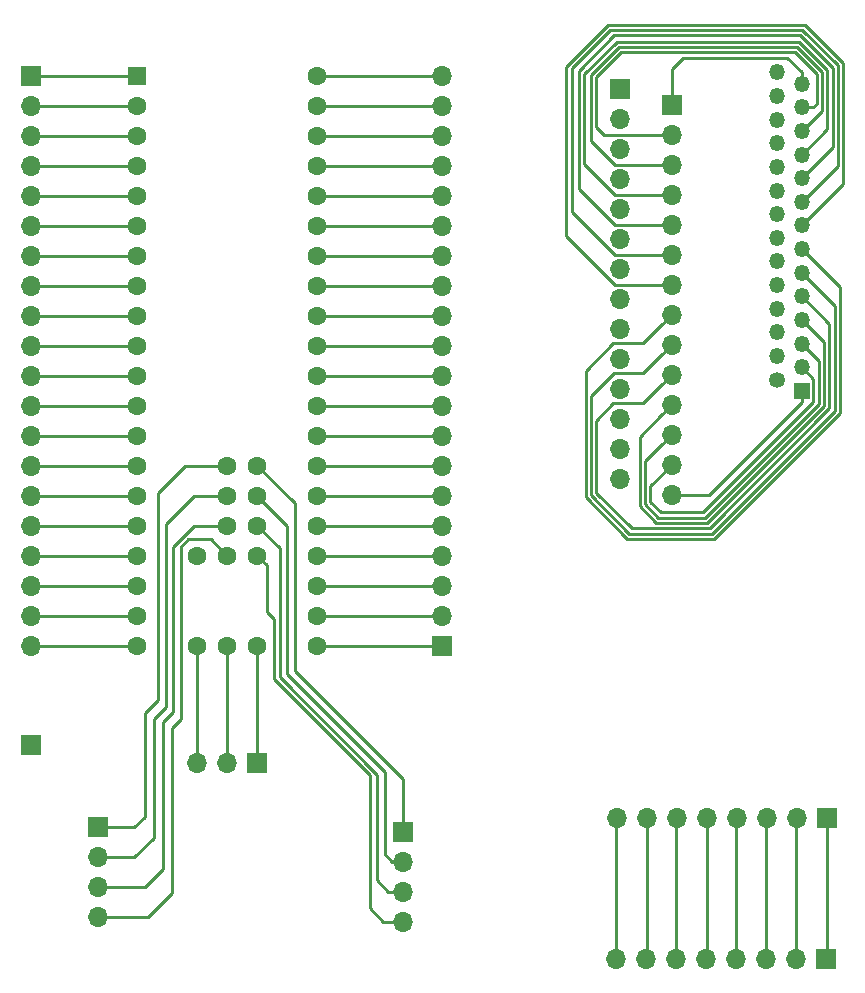
<source format=gbr>
G04 #@! TF.GenerationSoftware,KiCad,Pcbnew,(5.0.0-3-g5ebb6b6)*
G04 #@! TF.CreationDate,2019-09-06T00:58:35-07:00*
G04 #@! TF.ProjectId,keyboard,6B6579626F6172642E6B696361645F70,rev?*
G04 #@! TF.SameCoordinates,Original*
G04 #@! TF.FileFunction,Copper,L2,Bot,Signal*
G04 #@! TF.FilePolarity,Positive*
%FSLAX46Y46*%
G04 Gerber Fmt 4.6, Leading zero omitted, Abs format (unit mm)*
G04 Created by KiCad (PCBNEW (5.0.0-3-g5ebb6b6)) date Friday, September 06, 2019 at 12:58:35 AM*
%MOMM*%
%LPD*%
G01*
G04 APERTURE LIST*
G04 #@! TA.AperFunction,ComponentPad*
%ADD10R,1.700000X1.700000*%
G04 #@! TD*
G04 #@! TA.AperFunction,ComponentPad*
%ADD11O,1.700000X1.700000*%
G04 #@! TD*
G04 #@! TA.AperFunction,ComponentPad*
%ADD12O,1.350000X1.350000*%
G04 #@! TD*
G04 #@! TA.AperFunction,ComponentPad*
%ADD13R,1.350000X1.350000*%
G04 #@! TD*
G04 #@! TA.AperFunction,ComponentPad*
%ADD14C,1.350000*%
G04 #@! TD*
G04 #@! TA.AperFunction,ComponentPad*
%ADD15C,1.600000*%
G04 #@! TD*
G04 #@! TA.AperFunction,ComponentPad*
%ADD16R,1.600000X1.600000*%
G04 #@! TD*
G04 #@! TA.AperFunction,Conductor*
%ADD17C,0.250000*%
G04 #@! TD*
G04 APERTURE END LIST*
D10*
G04 #@! TO.P,J2,1*
G04 #@! TO.N,Net-(J2-Pad1)*
X252349000Y-122809000D03*
D11*
G04 #@! TO.P,J2,2*
G04 #@! TO.N,Net-(J2-Pad2)*
X249809000Y-122809000D03*
G04 #@! TO.P,J2,3*
G04 #@! TO.N,Net-(J2-Pad3)*
X247269000Y-122809000D03*
G04 #@! TO.P,J2,4*
G04 #@! TO.N,Net-(J2-Pad4)*
X244729000Y-122809000D03*
G04 #@! TO.P,J2,5*
G04 #@! TO.N,Net-(J2-Pad5)*
X242189000Y-122809000D03*
G04 #@! TO.P,J2,6*
G04 #@! TO.N,Net-(J2-Pad6)*
X239649000Y-122809000D03*
G04 #@! TO.P,J2,7*
G04 #@! TO.N,Net-(J2-Pad7)*
X237109000Y-122809000D03*
G04 #@! TO.P,J2,8*
G04 #@! TO.N,Net-(J2-Pad8)*
X234569000Y-122809000D03*
G04 #@! TD*
D12*
G04 #@! TO.P,J1,27*
G04 #@! TO.N,Net-(J1-Pad27)*
X250190000Y-60614000D03*
G04 #@! TO.P,J1,25*
G04 #@! TO.N,Net-(J1-Pad25)*
X250190000Y-62614000D03*
G04 #@! TO.P,J1,23*
G04 #@! TO.N,Net-(J1-Pad23)*
X250190000Y-64614000D03*
G04 #@! TO.P,J1,21*
G04 #@! TO.N,Net-(J1-Pad21)*
X250190000Y-66614000D03*
G04 #@! TO.P,J1,19*
G04 #@! TO.N,Net-(J1-Pad19)*
X250190000Y-68614000D03*
G04 #@! TO.P,J1,17*
G04 #@! TO.N,Net-(J1-Pad17)*
X250190000Y-70614000D03*
G04 #@! TO.P,J1,15*
G04 #@! TO.N,Net-(J1-Pad15)*
X250190000Y-72614000D03*
G04 #@! TO.P,J1,13*
G04 #@! TO.N,Net-(J1-Pad13)*
X250190000Y-74614000D03*
G04 #@! TO.P,J1,11*
G04 #@! TO.N,Net-(J1-Pad11)*
X250190000Y-76614000D03*
G04 #@! TO.P,J1,9*
G04 #@! TO.N,Net-(J1-Pad9)*
X250190000Y-78614000D03*
G04 #@! TO.P,J1,7*
G04 #@! TO.N,Net-(J1-Pad7)*
X250190000Y-80614000D03*
G04 #@! TO.P,J1,5*
G04 #@! TO.N,Net-(J1-Pad5)*
X250190000Y-82614000D03*
G04 #@! TO.P,J1,3*
G04 #@! TO.N,Net-(J1-Pad3)*
X250190000Y-84614000D03*
D13*
G04 #@! TO.P,J1,1*
G04 #@! TO.N,Net-(J1-Pad1)*
X250190000Y-86614000D03*
D12*
G04 #@! TO.P,J1,14*
G04 #@! TO.N,Net-(J1-Pad14)*
X248140000Y-73664000D03*
G04 #@! TO.P,J1,28*
G04 #@! TO.N,Net-(J1-Pad28)*
X248140000Y-59664000D03*
G04 #@! TO.P,J1,12*
G04 #@! TO.N,Net-(J1-Pad12)*
X248140000Y-75664000D03*
G04 #@! TO.P,J1,10*
G04 #@! TO.N,Net-(J1-Pad10)*
X248140000Y-77664000D03*
G04 #@! TO.P,J1,22*
G04 #@! TO.N,Net-(J1-Pad22)*
X248140000Y-65664000D03*
G04 #@! TO.P,J1,24*
G04 #@! TO.N,Net-(J1-Pad24)*
X248140000Y-63664000D03*
D14*
G04 #@! TO.P,J1,2*
G04 #@! TO.N,Net-(J1-Pad2)*
X248140000Y-85664000D03*
D12*
G04 #@! TO.P,J1,18*
G04 #@! TO.N,Net-(J1-Pad18)*
X248140000Y-69664000D03*
G04 #@! TO.P,J1,4*
G04 #@! TO.N,Net-(J1-Pad4)*
X248140000Y-83664000D03*
G04 #@! TO.P,J1,26*
G04 #@! TO.N,Net-(J1-Pad26)*
X248140000Y-61664000D03*
G04 #@! TO.P,J1,20*
G04 #@! TO.N,Net-(J1-Pad20)*
X248140000Y-67664000D03*
G04 #@! TO.P,J1,6*
G04 #@! TO.N,Net-(J1-Pad6)*
X248140000Y-81664000D03*
G04 #@! TO.P,J1,16*
G04 #@! TO.N,Net-(J1-Pad16)*
X248140000Y-71664000D03*
G04 #@! TO.P,J1,8*
G04 #@! TO.N,Net-(J1-Pad8)*
X248140000Y-79664000D03*
G04 #@! TD*
D10*
G04 #@! TO.P,J7,28*
G04 #@! TO.N,Net-(J1-Pad28)*
X234823000Y-61087000D03*
D11*
G04 #@! TO.P,J7,26*
G04 #@! TO.N,Net-(J1-Pad26)*
X234823000Y-63627000D03*
G04 #@! TO.P,J7,24*
G04 #@! TO.N,Net-(J1-Pad24)*
X234823000Y-66167000D03*
G04 #@! TO.P,J7,22*
G04 #@! TO.N,Net-(J1-Pad22)*
X234823000Y-68707000D03*
G04 #@! TO.P,J7,20*
G04 #@! TO.N,Net-(J1-Pad20)*
X234823000Y-71247000D03*
G04 #@! TO.P,J7,18*
G04 #@! TO.N,Net-(J1-Pad18)*
X234823000Y-73787000D03*
G04 #@! TO.P,J7,16*
G04 #@! TO.N,Net-(J1-Pad16)*
X234823000Y-76327000D03*
G04 #@! TO.P,J7,14*
G04 #@! TO.N,Net-(J1-Pad14)*
X234823000Y-78867000D03*
G04 #@! TO.P,J7,12*
G04 #@! TO.N,Net-(J1-Pad12)*
X234823000Y-81407000D03*
G04 #@! TO.P,J7,10*
G04 #@! TO.N,Net-(J1-Pad10)*
X234823000Y-83947000D03*
G04 #@! TO.P,J7,8*
G04 #@! TO.N,Net-(J1-Pad8)*
X234823000Y-86487000D03*
G04 #@! TO.P,J7,6*
G04 #@! TO.N,Net-(J1-Pad6)*
X234823000Y-89027000D03*
G04 #@! TO.P,J7,4*
G04 #@! TO.N,Net-(J1-Pad4)*
X234823000Y-91567000D03*
G04 #@! TO.P,J7,2*
G04 #@! TO.N,Net-(J1-Pad2)*
X234823000Y-94107000D03*
G04 #@! TO.P,J7,19*
G04 #@! TO.N,Net-(J1-Pad19)*
X239173000Y-72547000D03*
G04 #@! TO.P,J7,17*
G04 #@! TO.N,Net-(J1-Pad17)*
X239173000Y-75087000D03*
G04 #@! TO.P,J7,9*
G04 #@! TO.N,Net-(J1-Pad9)*
X239173000Y-85247000D03*
G04 #@! TO.P,J7,23*
G04 #@! TO.N,Net-(J1-Pad23)*
X239173000Y-67467000D03*
G04 #@! TO.P,J7,7*
G04 #@! TO.N,Net-(J1-Pad7)*
X239173000Y-87787000D03*
G04 #@! TO.P,J7,25*
G04 #@! TO.N,Net-(J1-Pad25)*
X239173000Y-64927000D03*
G04 #@! TO.P,J7,21*
G04 #@! TO.N,Net-(J1-Pad21)*
X239173000Y-70007000D03*
D10*
G04 #@! TO.P,J7,27*
G04 #@! TO.N,Net-(J1-Pad27)*
X239173000Y-62387000D03*
D11*
G04 #@! TO.P,J7,5*
G04 #@! TO.N,Net-(J1-Pad5)*
X239173000Y-90327000D03*
G04 #@! TO.P,J7,3*
G04 #@! TO.N,Net-(J1-Pad3)*
X239173000Y-92867000D03*
G04 #@! TO.P,J7,15*
G04 #@! TO.N,Net-(J1-Pad15)*
X239173000Y-77627000D03*
G04 #@! TO.P,J7,13*
G04 #@! TO.N,Net-(J1-Pad13)*
X239173000Y-80167000D03*
G04 #@! TO.P,J7,1*
G04 #@! TO.N,Net-(J1-Pad1)*
X239173000Y-95407000D03*
G04 #@! TO.P,J7,11*
G04 #@! TO.N,Net-(J1-Pad11)*
X239173000Y-82707000D03*
G04 #@! TD*
D10*
G04 #@! TO.P,J8,1*
G04 #@! TO.N,Net-(J2-Pad1)*
X252222000Y-134747000D03*
D11*
G04 #@! TO.P,J8,2*
G04 #@! TO.N,Net-(J2-Pad2)*
X249682000Y-134747000D03*
G04 #@! TO.P,J8,3*
G04 #@! TO.N,Net-(J2-Pad3)*
X247142000Y-134747000D03*
G04 #@! TO.P,J8,4*
G04 #@! TO.N,Net-(J2-Pad4)*
X244602000Y-134747000D03*
G04 #@! TO.P,J8,5*
G04 #@! TO.N,Net-(J2-Pad5)*
X242062000Y-134747000D03*
G04 #@! TO.P,J8,6*
G04 #@! TO.N,Net-(J2-Pad6)*
X239522000Y-134747000D03*
G04 #@! TO.P,J8,7*
G04 #@! TO.N,Net-(J2-Pad7)*
X236982000Y-134747000D03*
G04 #@! TO.P,J8,8*
G04 #@! TO.N,Net-(J2-Pad8)*
X234442000Y-134747000D03*
G04 #@! TD*
D10*
G04 #@! TO.P,J3,1*
G04 #@! TO.N,Net-(J3-Pad1)*
X184912000Y-59944000D03*
D11*
G04 #@! TO.P,J3,2*
G04 #@! TO.N,Net-(J3-Pad2)*
X184912000Y-62484000D03*
G04 #@! TO.P,J3,3*
G04 #@! TO.N,Net-(J3-Pad3)*
X184912000Y-65024000D03*
G04 #@! TO.P,J3,4*
G04 #@! TO.N,Net-(J3-Pad4)*
X184912000Y-67564000D03*
G04 #@! TO.P,J3,5*
G04 #@! TO.N,Net-(J3-Pad5)*
X184912000Y-70104000D03*
G04 #@! TO.P,J3,6*
G04 #@! TO.N,Net-(J3-Pad6)*
X184912000Y-72644000D03*
G04 #@! TO.P,J3,7*
G04 #@! TO.N,Net-(J3-Pad7)*
X184912000Y-75184000D03*
G04 #@! TO.P,J3,8*
G04 #@! TO.N,Net-(J3-Pad8)*
X184912000Y-77724000D03*
G04 #@! TO.P,J3,9*
G04 #@! TO.N,Net-(J3-Pad9)*
X184912000Y-80264000D03*
G04 #@! TO.P,J3,10*
G04 #@! TO.N,Net-(J3-Pad10)*
X184912000Y-82804000D03*
G04 #@! TO.P,J3,11*
G04 #@! TO.N,Net-(J3-Pad11)*
X184912000Y-85344000D03*
G04 #@! TO.P,J3,12*
G04 #@! TO.N,Net-(J3-Pad12)*
X184912000Y-87884000D03*
G04 #@! TO.P,J3,13*
G04 #@! TO.N,Net-(J3-Pad13)*
X184912000Y-90424000D03*
G04 #@! TO.P,J3,14*
G04 #@! TO.N,Net-(J3-Pad14)*
X184912000Y-92964000D03*
G04 #@! TO.P,J3,15*
G04 #@! TO.N,Net-(J3-Pad15)*
X184912000Y-95504000D03*
G04 #@! TO.P,J3,16*
G04 #@! TO.N,Net-(J3-Pad16)*
X184912000Y-98044000D03*
G04 #@! TO.P,J3,17*
G04 #@! TO.N,Net-(J3-Pad17)*
X184912000Y-100584000D03*
G04 #@! TO.P,J3,18*
G04 #@! TO.N,Net-(J3-Pad18)*
X184912000Y-103124000D03*
G04 #@! TO.P,J3,19*
G04 #@! TO.N,Net-(J3-Pad19)*
X184912000Y-105664000D03*
G04 #@! TO.P,J3,20*
G04 #@! TO.N,Net-(J3-Pad20)*
X184912000Y-108204000D03*
G04 #@! TD*
G04 #@! TO.P,J4,20*
G04 #@! TO.N,Net-(J4-Pad20)*
X219710000Y-59944000D03*
G04 #@! TO.P,J4,19*
G04 #@! TO.N,Net-(J4-Pad19)*
X219710000Y-62484000D03*
G04 #@! TO.P,J4,18*
G04 #@! TO.N,Net-(J4-Pad18)*
X219710000Y-65024000D03*
G04 #@! TO.P,J4,17*
G04 #@! TO.N,Net-(J4-Pad17)*
X219710000Y-67564000D03*
G04 #@! TO.P,J4,16*
G04 #@! TO.N,Net-(J4-Pad16)*
X219710000Y-70104000D03*
G04 #@! TO.P,J4,15*
G04 #@! TO.N,Net-(J4-Pad15)*
X219710000Y-72644000D03*
G04 #@! TO.P,J4,14*
G04 #@! TO.N,Net-(J4-Pad14)*
X219710000Y-75184000D03*
G04 #@! TO.P,J4,13*
G04 #@! TO.N,Net-(J4-Pad13)*
X219710000Y-77724000D03*
G04 #@! TO.P,J4,12*
G04 #@! TO.N,Net-(J4-Pad12)*
X219710000Y-80264000D03*
G04 #@! TO.P,J4,11*
G04 #@! TO.N,Net-(J4-Pad11)*
X219710000Y-82804000D03*
G04 #@! TO.P,J4,10*
G04 #@! TO.N,Net-(J4-Pad10)*
X219710000Y-85344000D03*
G04 #@! TO.P,J4,9*
G04 #@! TO.N,Net-(J4-Pad9)*
X219710000Y-87884000D03*
G04 #@! TO.P,J4,8*
G04 #@! TO.N,Net-(J4-Pad8)*
X219710000Y-90424000D03*
G04 #@! TO.P,J4,7*
G04 #@! TO.N,Net-(J4-Pad7)*
X219710000Y-92964000D03*
G04 #@! TO.P,J4,6*
G04 #@! TO.N,Net-(J4-Pad6)*
X219710000Y-95504000D03*
G04 #@! TO.P,J4,5*
G04 #@! TO.N,Net-(J4-Pad5)*
X219710000Y-98044000D03*
G04 #@! TO.P,J4,4*
G04 #@! TO.N,Net-(J4-Pad4)*
X219710000Y-100584000D03*
G04 #@! TO.P,J4,3*
G04 #@! TO.N,Net-(J4-Pad3)*
X219710000Y-103124000D03*
G04 #@! TO.P,J4,2*
G04 #@! TO.N,Net-(J4-Pad2)*
X219710000Y-105664000D03*
D10*
G04 #@! TO.P,J4,1*
G04 #@! TO.N,Net-(J4-Pad1)*
X219710000Y-108204000D03*
G04 #@! TD*
G04 #@! TO.P,J5,1*
G04 #@! TO.N,Net-(J5-Pad1)*
X204089000Y-118110000D03*
D11*
G04 #@! TO.P,J5,2*
G04 #@! TO.N,Net-(J5-Pad2)*
X201549000Y-118110000D03*
G04 #@! TO.P,J5,3*
G04 #@! TO.N,Net-(J5-Pad3)*
X199009000Y-118110000D03*
G04 #@! TD*
D10*
G04 #@! TO.P,J6,1*
G04 #@! TO.N,Net-(J6-Pad1)*
X190627000Y-123571000D03*
D11*
G04 #@! TO.P,J6,2*
G04 #@! TO.N,Net-(J6-Pad2)*
X190627000Y-126111000D03*
G04 #@! TO.P,J6,3*
G04 #@! TO.N,Net-(J6-Pad3)*
X190627000Y-128651000D03*
G04 #@! TO.P,J6,4*
G04 #@! TO.N,Net-(J6-Pad4)*
X190627000Y-131191000D03*
G04 #@! TD*
G04 #@! TO.P,J9,4*
G04 #@! TO.N,Net-(J9-Pad4)*
X216408000Y-131572000D03*
G04 #@! TO.P,J9,3*
G04 #@! TO.N,Net-(J9-Pad3)*
X216408000Y-129032000D03*
G04 #@! TO.P,J9,2*
G04 #@! TO.N,Net-(J9-Pad2)*
X216408000Y-126492000D03*
D10*
G04 #@! TO.P,J9,1*
G04 #@! TO.N,Net-(J9-Pad1)*
X216408000Y-123952000D03*
G04 #@! TD*
D15*
G04 #@! TO.P,U1,9*
G04 #@! TO.N,Net-(J3-Pad9)*
X193929000Y-80264000D03*
G04 #@! TO.P,U1,10*
G04 #@! TO.N,Net-(J3-Pad10)*
X193929000Y-82804000D03*
G04 #@! TO.P,U1,11*
G04 #@! TO.N,Net-(J3-Pad11)*
X193929000Y-85344000D03*
G04 #@! TO.P,U1,8*
G04 #@! TO.N,Net-(J3-Pad8)*
X193929000Y-77724000D03*
G04 #@! TO.P,U1,7*
G04 #@! TO.N,Net-(J3-Pad7)*
X193929000Y-75184000D03*
G04 #@! TO.P,U1,6*
G04 #@! TO.N,Net-(J3-Pad6)*
X193929000Y-72644000D03*
G04 #@! TO.P,U1,5*
G04 #@! TO.N,Net-(J3-Pad5)*
X193929000Y-70104000D03*
G04 #@! TO.P,U1,4*
G04 #@! TO.N,Net-(J3-Pad4)*
X193929000Y-67564000D03*
G04 #@! TO.P,U1,3*
G04 #@! TO.N,Net-(J3-Pad3)*
X193929000Y-65024000D03*
G04 #@! TO.P,U1,2*
G04 #@! TO.N,Net-(J3-Pad2)*
X193929000Y-62484000D03*
D16*
G04 #@! TO.P,U1,1*
G04 #@! TO.N,Net-(J3-Pad1)*
X193929000Y-59944000D03*
D15*
G04 #@! TO.P,U1,12*
G04 #@! TO.N,Net-(J3-Pad12)*
X193929000Y-87884000D03*
G04 #@! TO.P,U1,13*
G04 #@! TO.N,Net-(J3-Pad13)*
X193929000Y-90424000D03*
G04 #@! TO.P,U1,14*
G04 #@! TO.N,Net-(J3-Pad14)*
X193929000Y-92964000D03*
G04 #@! TO.P,U1,15*
G04 #@! TO.N,Net-(J3-Pad15)*
X193929000Y-95504000D03*
G04 #@! TO.P,U1,16*
G04 #@! TO.N,Net-(J3-Pad16)*
X193929000Y-98044000D03*
G04 #@! TO.P,U1,17*
G04 #@! TO.N,Net-(J3-Pad17)*
X193929000Y-100584000D03*
G04 #@! TO.P,U1,18*
G04 #@! TO.N,Net-(J3-Pad18)*
X193929000Y-103124000D03*
G04 #@! TO.P,U1,19*
G04 #@! TO.N,Net-(J3-Pad19)*
X193929000Y-105664000D03*
G04 #@! TO.P,U1,20*
G04 #@! TO.N,Net-(J3-Pad20)*
X193929000Y-108204000D03*
G04 #@! TO.P,U1,21*
G04 #@! TO.N,Net-(J5-Pad3)*
X199009000Y-108204000D03*
G04 #@! TO.P,U1,22*
G04 #@! TO.N,Net-(J5-Pad2)*
X201549000Y-108204000D03*
G04 #@! TO.P,U1,23*
G04 #@! TO.N,Net-(J5-Pad1)*
X204089000Y-108204000D03*
G04 #@! TO.P,U1,24*
G04 #@! TO.N,Net-(J4-Pad1)*
X209169000Y-108204000D03*
G04 #@! TO.P,U1,25*
G04 #@! TO.N,Net-(J4-Pad2)*
X209169000Y-105664000D03*
G04 #@! TO.P,U1,26*
G04 #@! TO.N,Net-(J4-Pad3)*
X209169000Y-103124000D03*
G04 #@! TO.P,U1,27*
G04 #@! TO.N,Net-(J4-Pad4)*
X209169000Y-100584000D03*
G04 #@! TO.P,U1,28*
G04 #@! TO.N,Net-(J4-Pad5)*
X209169000Y-98044000D03*
G04 #@! TO.P,U1,29*
G04 #@! TO.N,Net-(J4-Pad6)*
X209169000Y-95504000D03*
G04 #@! TO.P,U1,30*
G04 #@! TO.N,Net-(J4-Pad7)*
X209169000Y-92964000D03*
G04 #@! TO.P,U1,31*
G04 #@! TO.N,Net-(J4-Pad8)*
X209169000Y-90424000D03*
G04 #@! TO.P,U1,32*
G04 #@! TO.N,Net-(J4-Pad9)*
X209169000Y-87884000D03*
G04 #@! TO.P,U1,33*
G04 #@! TO.N,Net-(J4-Pad10)*
X209169000Y-85344000D03*
G04 #@! TO.P,U1,34*
G04 #@! TO.N,Net-(J4-Pad11)*
X209169000Y-82804000D03*
G04 #@! TO.P,U1,35*
G04 #@! TO.N,Net-(J4-Pad12)*
X209169000Y-80264000D03*
G04 #@! TO.P,U1,36*
G04 #@! TO.N,Net-(J4-Pad13)*
X209169000Y-77724000D03*
G04 #@! TO.P,U1,37*
G04 #@! TO.N,Net-(J4-Pad14)*
X209169000Y-75184000D03*
G04 #@! TO.P,U1,38*
G04 #@! TO.N,Net-(J4-Pad15)*
X209169000Y-72644000D03*
G04 #@! TO.P,U1,39*
G04 #@! TO.N,Net-(J4-Pad16)*
X209169000Y-70104000D03*
G04 #@! TO.P,U1,40*
G04 #@! TO.N,Net-(J4-Pad17)*
X209169000Y-67564000D03*
G04 #@! TO.P,U1,41*
G04 #@! TO.N,Net-(J4-Pad18)*
X209169000Y-65024000D03*
G04 #@! TO.P,U1,42*
G04 #@! TO.N,Net-(J4-Pad19)*
X209169000Y-62484000D03*
G04 #@! TO.P,U1,43*
G04 #@! TO.N,Net-(J4-Pad20)*
X209169000Y-59944000D03*
G04 #@! TO.P,U1,44*
G04 #@! TO.N,Net-(J9-Pad1)*
X204089000Y-92964000D03*
G04 #@! TO.P,U1,45*
G04 #@! TO.N,Net-(J9-Pad2)*
X204089000Y-95504000D03*
G04 #@! TO.P,U1,46*
G04 #@! TO.N,Net-(J9-Pad3)*
X204089000Y-98044000D03*
G04 #@! TO.P,U1,47*
G04 #@! TO.N,Net-(J9-Pad4)*
X204089000Y-100584000D03*
G04 #@! TO.P,U1,48*
G04 #@! TO.N,Net-(J6-Pad1)*
X201549000Y-92964000D03*
G04 #@! TO.P,U1,49*
G04 #@! TO.N,Net-(J6-Pad2)*
X201549000Y-95504000D03*
G04 #@! TO.P,U1,50*
G04 #@! TO.N,Net-(J6-Pad3)*
X201549000Y-98044000D03*
G04 #@! TO.P,U1,51*
G04 #@! TO.N,Net-(J6-Pad4)*
X201549000Y-100584000D03*
G04 #@! TO.P,U1,52*
G04 #@! TO.N,Net-(J10-Pad1)*
X199009000Y-100584000D03*
G04 #@! TD*
D10*
G04 #@! TO.P,J10,1*
G04 #@! TO.N,Net-(J10-Pad1)*
X184912000Y-116586000D03*
G04 #@! TD*
D17*
G04 #@! TO.N,Net-(J3-Pad1)*
X193929000Y-59944000D02*
X184912000Y-59944000D01*
G04 #@! TO.N,Net-(J3-Pad2)*
X184912000Y-62484000D02*
X193929000Y-62484000D01*
G04 #@! TO.N,Net-(J3-Pad3)*
X193929000Y-65024000D02*
X184912000Y-65024000D01*
G04 #@! TO.N,Net-(J3-Pad4)*
X186114081Y-67564000D02*
X193929000Y-67564000D01*
X184912000Y-67564000D02*
X186114081Y-67564000D01*
G04 #@! TO.N,Net-(J3-Pad5)*
X193929000Y-70104000D02*
X184912000Y-70104000D01*
G04 #@! TO.N,Net-(J4-Pad1)*
X219710000Y-108204000D02*
X209169000Y-108204000D01*
G04 #@! TO.N,Net-(J4-Pad2)*
X209169000Y-105664000D02*
X219710000Y-105664000D01*
G04 #@! TO.N,Net-(J4-Pad3)*
X219710000Y-103124000D02*
X209169000Y-103124000D01*
G04 #@! TO.N,Net-(J4-Pad4)*
X209169000Y-100584000D02*
X219710000Y-100584000D01*
G04 #@! TO.N,Net-(J4-Pad5)*
X219710000Y-98044000D02*
X209169000Y-98044000D01*
G04 #@! TO.N,Net-(J4-Pad6)*
X210300370Y-95504000D02*
X219710000Y-95504000D01*
X209169000Y-95504000D02*
X210300370Y-95504000D01*
G04 #@! TO.N,Net-(J4-Pad7)*
X209169000Y-92964000D02*
X219710000Y-92964000D01*
G04 #@! TO.N,Net-(J4-Pad8)*
X218507919Y-90424000D02*
X209169000Y-90424000D01*
X219710000Y-90424000D02*
X218507919Y-90424000D01*
G04 #@! TO.N,Net-(J4-Pad9)*
X209169000Y-87884000D02*
X219710000Y-87884000D01*
G04 #@! TO.N,Net-(J4-Pad10)*
X219710000Y-85344000D02*
X209169000Y-85344000D01*
G04 #@! TO.N,Net-(J4-Pad11)*
X219710000Y-82804000D02*
X209169000Y-82804000D01*
G04 #@! TO.N,Net-(J4-Pad12)*
X210300370Y-80264000D02*
X219710000Y-80264000D01*
X209169000Y-80264000D02*
X210300370Y-80264000D01*
G04 #@! TO.N,Net-(J4-Pad13)*
X210300370Y-77724000D02*
X219710000Y-77724000D01*
X209169000Y-77724000D02*
X210300370Y-77724000D01*
G04 #@! TO.N,Net-(J4-Pad14)*
X209169000Y-75184000D02*
X219710000Y-75184000D01*
G04 #@! TO.N,Net-(J5-Pad3)*
X199009000Y-108204000D02*
X199009000Y-118110000D01*
G04 #@! TO.N,Net-(J5-Pad2)*
X201549000Y-108204000D02*
X201549000Y-118110000D01*
G04 #@! TO.N,Net-(J5-Pad1)*
X204089000Y-108204000D02*
X204089000Y-118110000D01*
G04 #@! TO.N,Net-(J6-Pad3)*
X196977000Y-113792000D02*
X196088000Y-114681000D01*
X196977000Y-99820590D02*
X196977000Y-113792000D01*
X196088000Y-127127000D02*
X194564000Y-128651000D01*
X196088000Y-114681000D02*
X196088000Y-127127000D01*
X194564000Y-128651000D02*
X190627000Y-128651000D01*
X198753590Y-98044000D02*
X196977000Y-99820590D01*
X201549000Y-98044000D02*
X198753590Y-98044000D01*
G04 #@! TO.N,Net-(J6-Pad4)*
X196850000Y-129159000D02*
X194818000Y-131191000D01*
X194818000Y-131191000D02*
X190627000Y-131191000D01*
X197612000Y-99822000D02*
X197612000Y-114427000D01*
X196850000Y-115189000D02*
X196850000Y-129159000D01*
X198247000Y-99187000D02*
X197612000Y-99822000D01*
X200152000Y-99187000D02*
X198247000Y-99187000D01*
X197612000Y-114427000D02*
X196850000Y-115189000D01*
X201549000Y-100584000D02*
X200152000Y-99187000D01*
G04 #@! TO.N,Net-(J1-Pad13)*
X238323001Y-81016999D02*
X239173000Y-80167000D01*
X236757999Y-82582001D02*
X238323001Y-81016999D01*
X234258999Y-82582001D02*
X236757999Y-82582001D01*
X231890980Y-95622800D02*
X231890980Y-84950020D01*
X231890980Y-84950020D02*
X234258999Y-82582001D01*
X253440046Y-88481006D02*
X242769999Y-99151047D01*
X235419226Y-99151046D02*
X231890980Y-95622800D01*
X242769999Y-99151047D02*
X235419226Y-99151046D01*
X253440047Y-77864047D02*
X253440046Y-88481006D01*
X250190000Y-74614000D02*
X253440047Y-77864047D01*
G04 #@! TO.N,Net-(J1-Pad11)*
X238323001Y-83556999D02*
X239173000Y-82707000D01*
X232340990Y-95436400D02*
X232340990Y-87064010D01*
X235605627Y-98701037D02*
X232340990Y-95436400D01*
X236757999Y-85122001D02*
X238323001Y-83556999D01*
X234282999Y-85122001D02*
X236757999Y-85122001D01*
X242583600Y-98701038D02*
X235605627Y-98701037D01*
X232340990Y-87064010D02*
X234282999Y-85122001D01*
X252990037Y-88294605D02*
X242583600Y-98701038D01*
X252990038Y-79414038D02*
X252990037Y-88294605D01*
X250190000Y-76614000D02*
X252990038Y-79414038D01*
G04 #@! TO.N,Net-(J1-Pad9)*
X242397200Y-98251028D02*
X235792028Y-98251028D01*
X252540028Y-88108204D02*
X242397200Y-98251028D01*
X252540029Y-80964029D02*
X252540028Y-88108204D01*
X250190000Y-78614000D02*
X252540029Y-80964029D01*
X235792028Y-98251028D02*
X232791000Y-95250000D01*
X238323001Y-86096999D02*
X239173000Y-85247000D01*
X236757999Y-87662001D02*
X238323001Y-86096999D01*
X234258999Y-87662001D02*
X236757999Y-87662001D01*
X232791000Y-89130000D02*
X234258999Y-87662001D01*
X232791000Y-95250000D02*
X232791000Y-89130000D01*
G04 #@! TO.N,Net-(J1-Pad7)*
X238323001Y-88636999D02*
X239173000Y-87787000D01*
X236462980Y-96384800D02*
X236462980Y-90497020D01*
X237879198Y-97801018D02*
X236462980Y-96384800D01*
X252090020Y-82514020D02*
X252090019Y-87921803D01*
X236462980Y-90497020D02*
X238323001Y-88636999D01*
X242210801Y-97801019D02*
X237879198Y-97801018D01*
X252090019Y-87921803D02*
X242210801Y-97801019D01*
X250190000Y-80614000D02*
X252090020Y-82514020D01*
G04 #@! TO.N,Net-(J1-Pad5)*
X238323001Y-91176999D02*
X239173000Y-90327000D01*
X236912990Y-96198400D02*
X236912990Y-92587010D01*
X238065599Y-97351009D02*
X236912990Y-96198400D01*
X242024402Y-97351010D02*
X238065599Y-97351009D01*
X251640010Y-87735402D02*
X242024402Y-97351010D01*
X236912990Y-92587010D02*
X238323001Y-91176999D01*
X251640011Y-84064011D02*
X251640010Y-87735402D01*
X250190000Y-82614000D02*
X251640011Y-84064011D01*
G04 #@! TO.N,Net-(J1-Pad3)*
X251190001Y-87549001D02*
X241838002Y-96901000D01*
X251190001Y-85614001D02*
X251190001Y-87549001D01*
X250190000Y-84614000D02*
X251190001Y-85614001D01*
X241838002Y-96901000D02*
X238252000Y-96901000D01*
X238252000Y-96901000D02*
X237363000Y-96012000D01*
X237363000Y-94677000D02*
X239173000Y-92867000D01*
X237363000Y-96012000D02*
X237363000Y-94677000D01*
G04 #@! TO.N,Net-(J1-Pad1)*
X242322000Y-95407000D02*
X240375081Y-95407000D01*
X240375081Y-95407000D02*
X239173000Y-95407000D01*
X250190000Y-87539000D02*
X242322000Y-95407000D01*
X250190000Y-86614000D02*
X250190000Y-87539000D01*
G04 #@! TO.N,Net-(J1-Pad21)*
X234519208Y-57069972D02*
X231775000Y-59814180D01*
X252360018Y-59444198D02*
X249985789Y-57069971D01*
X249985789Y-57069971D02*
X234519208Y-57069972D01*
X252360019Y-64443981D02*
X252360018Y-59444198D01*
X250190000Y-66614000D02*
X252360019Y-64443981D01*
X237970919Y-70007000D02*
X239173000Y-70007000D01*
X234383998Y-70007000D02*
X237970919Y-70007000D01*
X231775000Y-67398002D02*
X234383998Y-70007000D01*
X231775000Y-59814180D02*
X231775000Y-67398002D01*
G04 #@! TO.N,Net-(J1-Pad19)*
X252810026Y-59257799D02*
X250067227Y-56515000D01*
X252810026Y-65993974D02*
X252810026Y-59257799D01*
X250190000Y-68614000D02*
X252810026Y-65993974D01*
X250067227Y-56515000D02*
X234315000Y-56515000D01*
X237970919Y-72547000D02*
X239173000Y-72547000D01*
X234383998Y-72547000D02*
X237970919Y-72547000D01*
X231324990Y-69487992D02*
X234383998Y-72547000D01*
X231324990Y-59505010D02*
X231324990Y-69487992D01*
X234315000Y-56515000D02*
X231324990Y-59505010D01*
G04 #@! TO.N,Net-(J1-Pad25)*
X251144594Y-62614000D02*
X251460000Y-62298594D01*
X250190000Y-62614000D02*
X251144594Y-62614000D01*
X251460000Y-62298594D02*
X251460000Y-59817000D01*
X249612990Y-57969990D02*
X234892010Y-57969990D01*
X251460000Y-59817000D02*
X249612990Y-57969990D01*
X234892010Y-57969990D02*
X232791000Y-60071000D01*
X232791000Y-60071000D02*
X232791000Y-64262000D01*
X233456000Y-64927000D02*
X239173000Y-64927000D01*
X232791000Y-64262000D02*
X233456000Y-64927000D01*
G04 #@! TO.N,Net-(J1-Pad15)*
X233816609Y-55614981D02*
X230251000Y-59180590D01*
X250440027Y-55614980D02*
X233816609Y-55614981D01*
X253710044Y-58884997D02*
X250440027Y-55614980D01*
X253710045Y-69093955D02*
X253710044Y-58884997D01*
X250190000Y-72614000D02*
X253710045Y-69093955D01*
X237970919Y-77627000D02*
X239173000Y-77627000D01*
X234383998Y-77627000D02*
X237970919Y-77627000D01*
X230251000Y-73494002D02*
X234383998Y-77627000D01*
X230251000Y-59180590D02*
X230251000Y-73494002D01*
G04 #@! TO.N,Net-(J1-Pad23)*
X234383998Y-67467000D02*
X237970919Y-67467000D01*
X232340990Y-65423992D02*
X234383998Y-67467000D01*
X237970919Y-67467000D02*
X239173000Y-67467000D01*
X232340990Y-59884600D02*
X232340990Y-65423992D01*
X249799390Y-57519980D02*
X234705609Y-57519981D01*
X251910009Y-59630599D02*
X249799390Y-57519980D01*
X251910010Y-62893990D02*
X251910009Y-59630599D01*
X234705609Y-57519981D02*
X232340990Y-59884600D01*
X250190000Y-64614000D02*
X251910010Y-62893990D01*
G04 #@! TO.N,Net-(J1-Pad27)*
X250190000Y-59659406D02*
X248950594Y-58420000D01*
X250190000Y-60614000D02*
X250190000Y-59659406D01*
X248950594Y-58420000D02*
X240157000Y-58420000D01*
X239173000Y-59404000D02*
X239173000Y-62387000D01*
X240157000Y-58420000D02*
X239173000Y-59404000D01*
G04 #@! TO.N,Net-(J1-Pad17)*
X253260035Y-59071398D02*
X250253627Y-56064990D01*
X250253627Y-56064990D02*
X234003010Y-56064990D01*
X253260036Y-67543964D02*
X253260035Y-59071398D01*
X250190000Y-70614000D02*
X253260036Y-67543964D01*
X234003010Y-56064990D02*
X230759000Y-59309000D01*
X234383998Y-75087000D02*
X237970919Y-75087000D01*
X237970919Y-75087000D02*
X239173000Y-75087000D01*
X230759000Y-71462002D02*
X234383998Y-75087000D01*
X230759000Y-59309000D02*
X230759000Y-71462002D01*
G04 #@! TO.N,Net-(J2-Pad1)*
X252349000Y-134620000D02*
X252222000Y-134747000D01*
X252349000Y-122809000D02*
X252349000Y-134620000D01*
G04 #@! TO.N,Net-(J2-Pad2)*
X249682000Y-122936000D02*
X249809000Y-122809000D01*
X249682000Y-134747000D02*
X249682000Y-122936000D01*
G04 #@! TO.N,Net-(J2-Pad3)*
X247142000Y-122936000D02*
X247269000Y-122809000D01*
X247142000Y-134747000D02*
X247142000Y-122936000D01*
G04 #@! TO.N,Net-(J2-Pad4)*
X244602000Y-122936000D02*
X244729000Y-122809000D01*
X244602000Y-134747000D02*
X244602000Y-122936000D01*
G04 #@! TO.N,Net-(J2-Pad5)*
X242189000Y-134620000D02*
X242062000Y-134747000D01*
X242189000Y-122809000D02*
X242189000Y-134620000D01*
G04 #@! TO.N,Net-(J2-Pad6)*
X239522000Y-122936000D02*
X239649000Y-122809000D01*
X239522000Y-134747000D02*
X239522000Y-122936000D01*
G04 #@! TO.N,Net-(J2-Pad7)*
X237109000Y-134620000D02*
X236982000Y-134747000D01*
X237109000Y-122809000D02*
X237109000Y-134620000D01*
G04 #@! TO.N,Net-(J2-Pad8)*
X234442000Y-122936000D02*
X234569000Y-122809000D01*
X234442000Y-134747000D02*
X234442000Y-122936000D01*
G04 #@! TO.N,Net-(J9-Pad1)*
X216408000Y-119507000D02*
X216408000Y-122852000D01*
X216408000Y-122852000D02*
X216408000Y-123952000D01*
X207264000Y-96139000D02*
X207264000Y-110363000D01*
X207264000Y-110363000D02*
X216408000Y-119507000D01*
X204089000Y-92964000D02*
X207264000Y-96139000D01*
G04 #@! TO.N,Net-(J3-Pad6)*
X193929000Y-72644000D02*
X184912000Y-72644000D01*
G04 #@! TO.N,Net-(J3-Pad7)*
X192797630Y-75184000D02*
X184912000Y-75184000D01*
X193929000Y-75184000D02*
X192797630Y-75184000D01*
G04 #@! TO.N,Net-(J3-Pad8)*
X184912000Y-77724000D02*
X193929000Y-77724000D01*
G04 #@! TO.N,Net-(J3-Pad9)*
X193929000Y-80264000D02*
X184912000Y-80264000D01*
G04 #@! TO.N,Net-(J3-Pad10)*
X184912000Y-82804000D02*
X193929000Y-82804000D01*
G04 #@! TO.N,Net-(J3-Pad11)*
X193929000Y-85344000D02*
X192797630Y-85344000D01*
X193929000Y-85344000D02*
X184912000Y-85344000D01*
G04 #@! TO.N,Net-(J3-Pad12)*
X193929000Y-87884000D02*
X184912000Y-87884000D01*
G04 #@! TO.N,Net-(J3-Pad13)*
X184912000Y-90424000D02*
X193929000Y-90424000D01*
G04 #@! TO.N,Net-(J3-Pad14)*
X193929000Y-92964000D02*
X184912000Y-92964000D01*
G04 #@! TO.N,Net-(J3-Pad15)*
X193929000Y-95504000D02*
X184912000Y-95504000D01*
G04 #@! TO.N,Net-(J3-Pad16)*
X184912000Y-98044000D02*
X193929000Y-98044000D01*
G04 #@! TO.N,Net-(J3-Pad17)*
X193929000Y-100584000D02*
X184912000Y-100584000D01*
G04 #@! TO.N,Net-(J3-Pad18)*
X193929000Y-103124000D02*
X184912000Y-103124000D01*
G04 #@! TO.N,Net-(J3-Pad19)*
X184912000Y-105664000D02*
X193929000Y-105664000D01*
G04 #@! TO.N,Net-(J3-Pad20)*
X193929000Y-108204000D02*
X192797630Y-108204000D01*
X193929000Y-108204000D02*
X184912000Y-108204000D01*
G04 #@! TO.N,Net-(J4-Pad20)*
X209169000Y-59944000D02*
X219710000Y-59944000D01*
G04 #@! TO.N,Net-(J4-Pad19)*
X219710000Y-62484000D02*
X209169000Y-62484000D01*
G04 #@! TO.N,Net-(J4-Pad18)*
X209169000Y-65024000D02*
X219710000Y-65024000D01*
G04 #@! TO.N,Net-(J4-Pad17)*
X219710000Y-67564000D02*
X209169000Y-67564000D01*
G04 #@! TO.N,Net-(J4-Pad16)*
X209169000Y-70104000D02*
X219710000Y-70104000D01*
G04 #@! TO.N,Net-(J4-Pad15)*
X209169000Y-72644000D02*
X219710000Y-72644000D01*
G04 #@! TO.N,Net-(J6-Pad1)*
X194564000Y-122682000D02*
X193675000Y-123571000D01*
X195707000Y-112776000D02*
X194564000Y-113919000D01*
X195707000Y-95250000D02*
X195707000Y-112776000D01*
X193675000Y-123571000D02*
X190627000Y-123571000D01*
X197993000Y-92964000D02*
X195707000Y-95250000D01*
X194564000Y-113919000D02*
X194564000Y-122682000D01*
X201549000Y-92964000D02*
X197993000Y-92964000D01*
G04 #@! TO.N,Net-(J6-Pad2)*
X193675000Y-126111000D02*
X190627000Y-126111000D01*
X195326000Y-124460000D02*
X193675000Y-126111000D01*
X195326000Y-114427000D02*
X195326000Y-124460000D01*
X196342000Y-113411000D02*
X195326000Y-114427000D01*
X196342000Y-97917000D02*
X196342000Y-113411000D01*
X198755000Y-95504000D02*
X196342000Y-97917000D01*
X201549000Y-95504000D02*
X198755000Y-95504000D01*
G04 #@! TO.N,Net-(J9-Pad4)*
X214757000Y-131572000D02*
X215205919Y-131572000D01*
X204888999Y-105320999D02*
X205486000Y-105918000D01*
X205486000Y-110998000D02*
X213614000Y-119126000D01*
X213614000Y-119126000D02*
X213614000Y-130429000D01*
X205486000Y-105918000D02*
X205486000Y-110998000D01*
X215205919Y-131572000D02*
X216408000Y-131572000D01*
X204888999Y-101383999D02*
X204888999Y-105320999D01*
X213614000Y-130429000D02*
X214757000Y-131572000D01*
X204089000Y-100584000D02*
X204888999Y-101383999D01*
G04 #@! TO.N,Net-(J9-Pad3)*
X215205919Y-129032000D02*
X216408000Y-129032000D01*
X214249000Y-128075081D02*
X215205919Y-129032000D01*
X214249000Y-119124590D02*
X214249000Y-128075081D01*
X205994000Y-110869590D02*
X214249000Y-119124590D01*
X205994000Y-99949000D02*
X205994000Y-110869590D01*
X204089000Y-98044000D02*
X205994000Y-99949000D01*
G04 #@! TO.N,Net-(J9-Pad2)*
X216408000Y-126492000D02*
X215519000Y-126492000D01*
X215519000Y-126492000D02*
X214884000Y-125857000D01*
X214884000Y-121539000D02*
X214884000Y-121412000D01*
X214884000Y-125857000D02*
X214884000Y-121539000D01*
X214884000Y-118872000D02*
X214884000Y-121539000D01*
X206629000Y-110617000D02*
X214884000Y-118872000D01*
X206629000Y-98044000D02*
X206629000Y-110617000D01*
X204089000Y-95504000D02*
X206629000Y-98044000D01*
G04 #@! TD*
M02*

</source>
